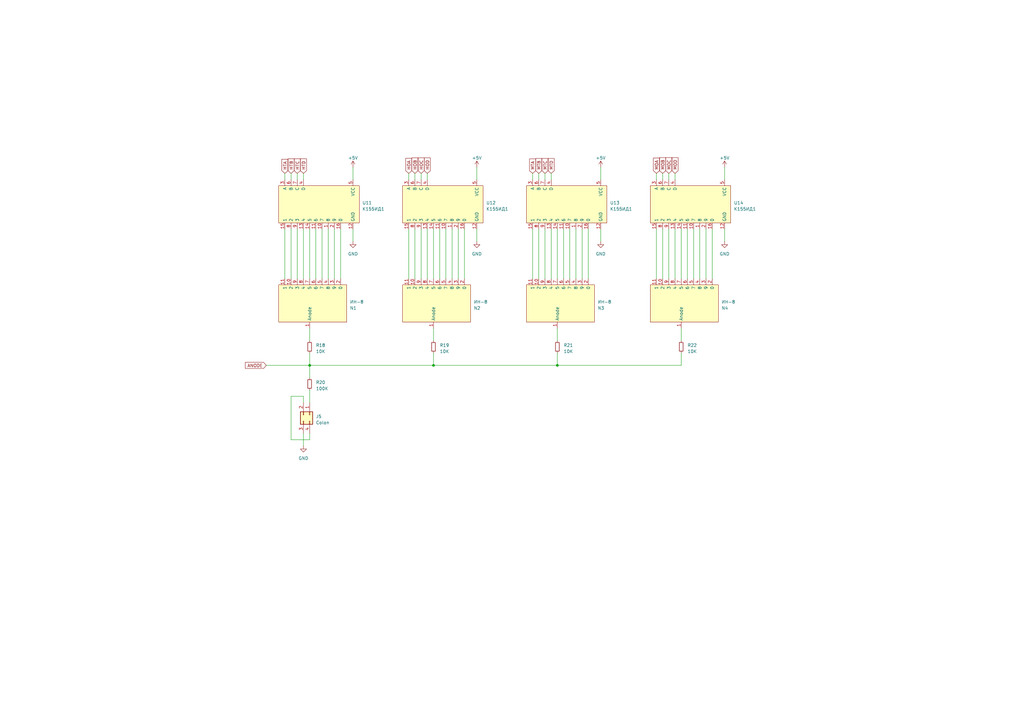
<source format=kicad_sch>
(kicad_sch (version 20210406) (generator eeschema)
  (paper "A3")
  (title_block (title "Nixie Tubes") (rev "1.1") (company "Nick Lekas"))
  (lib_symbols
    (symbol "Connector_Generic:Conn_02x02_Counter_Clockwise" (pin_names (offset 1.016) hide)
      (property "Reference" "J" (at 1.27 2.54 0))
      (property "Value" "Conn_02x02_Counter_Clockwise" (at 1.27 -5.08 0))
      (symbol "Conn_02x02_Counter_Clockwise_1_1"
        (rectangle (start -1.27 -2.413) (end 0 -2.667) (stroke (width 0.1524)))
        (rectangle (start -1.27 0.127) (end 0 -0.127) (stroke (width 0.1524)))
        (rectangle (start 3.81 -2.413) (end 2.54 -2.667) (stroke (width 0.1524)))
        (rectangle (start 3.81 0.127) (end 2.54 -0.127) (stroke (width 0.1524)))
        (rectangle (start -1.27 1.27) (end 3.81 -3.81) (stroke (width 0.254)) (fill (type background)))
        (pin passive line (at -5.08 0 0) (length 3.81) (name "Pin_1") (number "1"))
        (pin passive line (at -5.08 -2.54 0) (length 3.81) (name "Pin_2") (number "2"))
        (pin passive line (at 7.62 -2.54 180) (length 3.81) (name "Pin_3") (number "3"))
        (pin passive line (at 7.62 0 180) (length 3.81) (name "Pin_4") (number "4"))
      )
    )
    (symbol "Device:R_Small" (pin_numbers hide) (pin_names (offset 0.254) hide)
      (property "Reference" "R" (at 0.762 0.508 0))
      (property "Value" "R_Small" (at 0.762 -1.016 0))
      (symbol "R_Small_0_1"
        (rectangle (start -0.762 1.778) (end 0.762 -1.778) (stroke (width 0.2032)))
      )
      (symbol "R_Small_1_1"
        (pin passive line (at 0 2.54 270) (length 0.762) (name "~") (number "1"))
        (pin passive line (at 0 -2.54 90) (length 0.762) (name "~") (number "2"))
      )
    )
    (symbol "Nixie:ИН-8"
      (property "Reference" "N" (at 7.62 -12.7 0))
      (property "Value" "ИН-8" (at 7.62 -10.16 0))
      (symbol "ИН-8_0_1"
        (rectangle (start -12.7 7.62) (end 15.24 -7.62) (stroke (width 0.1524)) (fill (type background)))
      )
      (symbol "ИН-8_1_1"
        (pin bidirectional line (at 0 -10.16 90) (length 2.54) (name "Anode") (number "1"))
        (pin bidirectional line (at -7.62 10.16 270) (length 2.54) (name "2") (number "10"))
        (pin bidirectional line (at -10.16 10.16 270) (length 2.54) (name "1") (number "11"))
        (pin bidirectional line (at 12.7 10.16 270) (length 2.54) (name "0") (number "2"))
        (pin bidirectional line (at 10.16 10.16 270) (length 2.54) (name "9") (number "3"))
        (pin bidirectional line (at 7.62 10.16 270) (length 2.54) (name "8") (number "4"))
        (pin bidirectional line (at 5.08 10.16 270) (length 2.54) (name "7") (number "5"))
        (pin bidirectional line (at 2.54 10.16 270) (length 2.54) (name "6") (number "6"))
        (pin bidirectional line (at 0 10.16 270) (length 2.54) (name "5") (number "7"))
        (pin bidirectional line (at -2.54 10.16 270) (length 2.54) (name "4") (number "8"))
        (pin bidirectional line (at -5.08 10.16 270) (length 2.54) (name "3") (number "9"))
      )
    )
    (symbol "Nixie:ИН-8_1"
      (property "Reference" "N" (at 7.62 -12.7 0))
      (property "Value" "ИН-8" (at 7.62 -10.16 0))
      (symbol "ИН-8_1_0_1"
        (rectangle (start -12.7 7.62) (end 15.24 -7.62) (stroke (width 0.1524)) (fill (type background)))
      )
      (symbol "ИН-8_1_1_1"
        (pin bidirectional line (at 0 -10.16 90) (length 2.54) (name "Anode") (number "1"))
        (pin bidirectional line (at -7.62 10.16 270) (length 2.54) (name "2") (number "10"))
        (pin bidirectional line (at -10.16 10.16 270) (length 2.54) (name "1") (number "11"))
        (pin bidirectional line (at 12.7 10.16 270) (length 2.54) (name "0") (number "2"))
        (pin bidirectional line (at 10.16 10.16 270) (length 2.54) (name "9") (number "3"))
        (pin bidirectional line (at 7.62 10.16 270) (length 2.54) (name "8") (number "4"))
        (pin bidirectional line (at 5.08 10.16 270) (length 2.54) (name "7") (number "5"))
        (pin bidirectional line (at 2.54 10.16 270) (length 2.54) (name "6") (number "6"))
        (pin bidirectional line (at 0 10.16 270) (length 2.54) (name "5") (number "7"))
        (pin bidirectional line (at -2.54 10.16 270) (length 2.54) (name "4") (number "8"))
        (pin bidirectional line (at -5.08 10.16 270) (length 2.54) (name "3") (number "9"))
      )
    )
    (symbol "Nixie:ИН-8_2"
      (property "Reference" "N" (at 7.62 -12.7 0))
      (property "Value" "ИН-8" (at 7.62 -10.16 0))
      (symbol "ИН-8_2_0_1"
        (rectangle (start -12.7 7.62) (end 15.24 -7.62) (stroke (width 0.1524)) (fill (type background)))
      )
      (symbol "ИН-8_2_1_1"
        (pin bidirectional line (at 0 -10.16 90) (length 2.54) (name "Anode") (number "1"))
        (pin bidirectional line (at -7.62 10.16 270) (length 2.54) (name "2") (number "10"))
        (pin bidirectional line (at -10.16 10.16 270) (length 2.54) (name "1") (number "11"))
        (pin bidirectional line (at 12.7 10.16 270) (length 2.54) (name "0") (number "2"))
        (pin bidirectional line (at 10.16 10.16 270) (length 2.54) (name "9") (number "3"))
        (pin bidirectional line (at 7.62 10.16 270) (length 2.54) (name "8") (number "4"))
        (pin bidirectional line (at 5.08 10.16 270) (length 2.54) (name "7") (number "5"))
        (pin bidirectional line (at 2.54 10.16 270) (length 2.54) (name "6") (number "6"))
        (pin bidirectional line (at 0 10.16 270) (length 2.54) (name "5") (number "7"))
        (pin bidirectional line (at -2.54 10.16 270) (length 2.54) (name "4") (number "8"))
        (pin bidirectional line (at -5.08 10.16 270) (length 2.54) (name "3") (number "9"))
      )
    )
    (symbol "Nixie:ИН-8_3"
      (property "Reference" "N" (at 7.62 -12.7 0))
      (property "Value" "ИН-8" (at 7.62 -10.16 0))
      (symbol "ИН-8_3_0_1"
        (rectangle (start -12.7 7.62) (end 15.24 -7.62) (stroke (width 0.1524)) (fill (type background)))
      )
      (symbol "ИН-8_3_1_1"
        (pin bidirectional line (at 0 -10.16 90) (length 2.54) (name "Anode") (number "1"))
        (pin bidirectional line (at -7.62 10.16 270) (length 2.54) (name "2") (number "10"))
        (pin bidirectional line (at -10.16 10.16 270) (length 2.54) (name "1") (number "11"))
        (pin bidirectional line (at 12.7 10.16 270) (length 2.54) (name "0") (number "2"))
        (pin bidirectional line (at 10.16 10.16 270) (length 2.54) (name "9") (number "3"))
        (pin bidirectional line (at 7.62 10.16 270) (length 2.54) (name "8") (number "4"))
        (pin bidirectional line (at 5.08 10.16 270) (length 2.54) (name "7") (number "5"))
        (pin bidirectional line (at 2.54 10.16 270) (length 2.54) (name "6") (number "6"))
        (pin bidirectional line (at 0 10.16 270) (length 2.54) (name "5") (number "7"))
        (pin bidirectional line (at -2.54 10.16 270) (length 2.54) (name "4") (number "8"))
        (pin bidirectional line (at -5.08 10.16 270) (length 2.54) (name "3") (number "9"))
      )
    )
    (symbol "Nixie:К155ИД1"
      (property "Reference" "U" (at 25.4 0 0))
      (property "Value" "К155ИД1" (at 25.4 2.54 0))
      (symbol "К155ИД1_0_1"
        (rectangle (start -15.24 7.62) (end 17.78 -7.62) (stroke (width 0.1524)) (fill (type background)))
      )
      (symbol "К155ИД1_1_1"
        (pin bidirectional line (at 5.08 -10.16 90) (length 2.54) (name "8") (number "1"))
        (pin bidirectional line (at 2.54 -10.16 90) (length 2.54) (name "7") (number "10"))
        (pin bidirectional line (at 0 -10.16 90) (length 2.54) (name "6") (number "11"))
        (pin bidirectional line (at 15.24 -10.16 90) (length 2.54) (name "GND") (number "12"))
        (pin bidirectional line (at -5.08 -10.16 90) (length 2.54) (name "4") (number "13"))
        (pin bidirectional line (at -2.54 -10.16 90) (length 2.54) (name "5") (number "14"))
        (pin bidirectional line (at -12.7 -10.16 90) (length 2.54) (name "1") (number "15"))
        (pin bidirectional line (at 10.16 -10.16 90) (length 2.54) (name "0") (number "16"))
        (pin bidirectional line (at 7.62 -10.16 90) (length 2.54) (name "9") (number "2"))
        (pin bidirectional line (at -12.7 10.16 270) (length 2.54) (name "A") (number "3"))
        (pin bidirectional line (at -5.08 10.16 270) (length 2.54) (name "D") (number "4"))
        (pin bidirectional line (at 15.24 10.16 270) (length 2.54) (name "VCC") (number "5"))
        (pin bidirectional line (at -10.16 10.16 270) (length 2.54) (name "B") (number "6"))
        (pin bidirectional line (at -7.62 10.16 270) (length 2.54) (name "C") (number "7"))
        (pin bidirectional line (at -10.16 -10.16 90) (length 2.54) (name "2") (number "8"))
        (pin bidirectional line (at -7.62 -10.16 90) (length 2.54) (name "3") (number "9"))
      )
    )
    (symbol "power:+5V" (power) (pin_names (offset 0))
      (property "Value" "+5V" (at 0 3.556 0))
      (symbol "+5V_0_1"
        (polyline (pts (xy -0.762 1.27) (xy 0 2.54)))
        (polyline (pts (xy 0 0) (xy 0 2.54)))
        (polyline (pts (xy 0 2.54) (xy 0.762 1.27)))
      )
      (symbol "+5V_1_1"
        (pin power_in line (at 0 0 90) (length 0) hide (name "+5V") (number "1"))
      )
    )
    (symbol "power:GND" (power) (pin_names (offset 0))
      (property "Value" "GND" (at 0 -3.81 0))
      (symbol "GND_0_1"
        (polyline (pts (xy 0 0) (xy 0 -1.27) (xy 1.27 -1.27) (xy 0 -2.54) (xy -1.27 -1.27) (xy 0 -1.27)))
      )
      (symbol "GND_1_1"
        (pin power_in line (at 0 0 270) (length 0) hide (name "GND") (number "1"))
      )
    )
  )
  (junction (at 127 149.86) (diameter 0.9144))
  (junction (at 177.8 149.86) (diameter 0.9144))
  (junction (at 228.6 149.86) (diameter 0.9144))
  (wire (pts (xy 109.22 149.86) (xy 127 149.86)))
  (wire (pts (xy 116.84 71.12) (xy 116.84 73.66)))
  (wire (pts (xy 116.84 93.98) (xy 116.84 114.3)))
  (wire (pts (xy 119.38 71.12) (xy 119.38 73.66)))
  (wire (pts (xy 119.38 93.98) (xy 119.38 114.3)))
  (wire (pts (xy 119.38 162.56) (xy 119.38 180.34)))
  (wire (pts (xy 119.38 180.34) (xy 127 180.34)))
  (wire (pts (xy 121.92 71.12) (xy 121.92 73.66)))
  (wire (pts (xy 121.92 93.98) (xy 121.92 114.3)))
  (wire (pts (xy 124.46 71.12) (xy 124.46 73.66)))
  (wire (pts (xy 124.46 93.98) (xy 124.46 114.3)))
  (wire (pts (xy 124.46 162.56) (xy 119.38 162.56)))
  (wire (pts (xy 124.46 165.1) (xy 124.46 162.56)))
  (wire (pts (xy 124.46 177.8) (xy 124.46 182.88)))
  (wire (pts (xy 127 93.98) (xy 127 114.3)))
  (wire (pts (xy 127 134.62) (xy 127 139.7)))
  (wire (pts (xy 127 144.78) (xy 127 149.86)))
  (wire (pts (xy 127 149.86) (xy 127 154.94)))
  (wire (pts (xy 127 149.86) (xy 177.8 149.86)))
  (wire (pts (xy 127 160.02) (xy 127 165.1)))
  (wire (pts (xy 127 177.8) (xy 127 180.34)))
  (wire (pts (xy 129.54 93.98) (xy 129.54 114.3)))
  (wire (pts (xy 132.08 93.98) (xy 132.08 114.3)))
  (wire (pts (xy 134.62 93.98) (xy 134.62 114.3)))
  (wire (pts (xy 137.16 93.98) (xy 137.16 114.3)))
  (wire (pts (xy 139.7 93.98) (xy 139.7 114.3)))
  (wire (pts (xy 144.78 68.58) (xy 144.78 73.66)))
  (wire (pts (xy 144.78 93.98) (xy 144.78 99.06)))
  (wire (pts (xy 167.64 71.12) (xy 167.64 73.66)))
  (wire (pts (xy 167.64 93.98) (xy 167.64 114.3)))
  (wire (pts (xy 170.18 71.12) (xy 170.18 73.66)))
  (wire (pts (xy 170.18 93.98) (xy 170.18 114.3)))
  (wire (pts (xy 172.72 71.12) (xy 172.72 73.66)))
  (wire (pts (xy 172.72 93.98) (xy 172.72 114.3)))
  (wire (pts (xy 175.26 71.12) (xy 175.26 73.66)))
  (wire (pts (xy 175.26 93.98) (xy 175.26 114.3)))
  (wire (pts (xy 177.8 93.98) (xy 177.8 114.3)))
  (wire (pts (xy 177.8 134.62) (xy 177.8 139.7)))
  (wire (pts (xy 177.8 144.78) (xy 177.8 149.86)))
  (wire (pts (xy 177.8 149.86) (xy 228.6 149.86)))
  (wire (pts (xy 180.34 93.98) (xy 180.34 114.3)))
  (wire (pts (xy 182.88 93.98) (xy 182.88 114.3)))
  (wire (pts (xy 185.42 93.98) (xy 185.42 114.3)))
  (wire (pts (xy 187.96 93.98) (xy 187.96 114.3)))
  (wire (pts (xy 190.5 93.98) (xy 190.5 114.3)))
  (wire (pts (xy 195.58 68.58) (xy 195.58 73.66)))
  (wire (pts (xy 195.58 93.98) (xy 195.58 99.06)))
  (wire (pts (xy 218.44 71.12) (xy 218.44 73.66)))
  (wire (pts (xy 218.44 93.98) (xy 218.44 114.3)))
  (wire (pts (xy 220.98 71.12) (xy 220.98 73.66)))
  (wire (pts (xy 220.98 93.98) (xy 220.98 114.3)))
  (wire (pts (xy 223.52 71.12) (xy 223.52 73.66)))
  (wire (pts (xy 223.52 93.98) (xy 223.52 114.3)))
  (wire (pts (xy 226.06 71.12) (xy 226.06 73.66)))
  (wire (pts (xy 226.06 93.98) (xy 226.06 114.3)))
  (wire (pts (xy 228.6 93.98) (xy 228.6 114.3)))
  (wire (pts (xy 228.6 134.62) (xy 228.6 139.7)))
  (wire (pts (xy 228.6 144.78) (xy 228.6 149.86)))
  (wire (pts (xy 228.6 149.86) (xy 279.4 149.86)))
  (wire (pts (xy 231.14 93.98) (xy 231.14 114.3)))
  (wire (pts (xy 233.68 93.98) (xy 233.68 114.3)))
  (wire (pts (xy 236.22 93.98) (xy 236.22 114.3)))
  (wire (pts (xy 238.76 93.98) (xy 238.76 114.3)))
  (wire (pts (xy 241.3 93.98) (xy 241.3 114.3)))
  (wire (pts (xy 246.38 68.58) (xy 246.38 73.66)))
  (wire (pts (xy 246.38 93.98) (xy 246.38 99.06)))
  (wire (pts (xy 269.24 71.12) (xy 269.24 73.66)))
  (wire (pts (xy 269.24 93.98) (xy 269.24 114.3)))
  (wire (pts (xy 271.78 71.12) (xy 271.78 73.66)))
  (wire (pts (xy 271.78 93.98) (xy 271.78 114.3)))
  (wire (pts (xy 274.32 71.12) (xy 274.32 73.66)))
  (wire (pts (xy 274.32 93.98) (xy 274.32 114.3)))
  (wire (pts (xy 276.86 71.12) (xy 276.86 73.66)))
  (wire (pts (xy 276.86 93.98) (xy 276.86 114.3)))
  (wire (pts (xy 279.4 93.98) (xy 279.4 114.3)))
  (wire (pts (xy 279.4 134.62) (xy 279.4 139.7)))
  (wire (pts (xy 279.4 144.78) (xy 279.4 149.86)))
  (wire (pts (xy 281.94 93.98) (xy 281.94 114.3)))
  (wire (pts (xy 284.48 93.98) (xy 284.48 114.3)))
  (wire (pts (xy 287.02 93.98) (xy 287.02 114.3)))
  (wire (pts (xy 289.56 93.98) (xy 289.56 114.3)))
  (wire (pts (xy 292.1 93.98) (xy 292.1 114.3)))
  (wire (pts (xy 297.18 68.58) (xy 297.18 73.66)))
  (wire (pts (xy 297.18 93.98) (xy 297.18 99.06)))
  (global_label "ANODE" (shape input) (at 109.22 149.86 180) (property "Intersheet References" "${INTERSHEET_REFS}" (effects hide)))
  (global_label "HTA" (shape input) (at 116.84 71.12 90) (property "Intersheet References" "${INTERSHEET_REFS}" (effects hide)))
  (global_label "HTB" (shape input) (at 119.38 71.12 90) (property "Intersheet References" "${INTERSHEET_REFS}" (effects hide)))
  (global_label "HTC" (shape input) (at 121.92 71.12 90) (property "Intersheet References" "${INTERSHEET_REFS}" (effects hide)))
  (global_label "HTD" (shape input) (at 124.46 71.12 90) (property "Intersheet References" "${INTERSHEET_REFS}" (effects hide)))
  (global_label "HOA" (shape input) (at 167.64 71.12 90) (property "Intersheet References" "${INTERSHEET_REFS}" (effects hide)))
  (global_label "HOB" (shape input) (at 170.18 71.12 90) (property "Intersheet References" "${INTERSHEET_REFS}" (effects hide)))
  (global_label "HOC" (shape input) (at 172.72 71.12 90) (property "Intersheet References" "${INTERSHEET_REFS}" (effects hide)))
  (global_label "HOD" (shape input) (at 175.26 71.12 90) (property "Intersheet References" "${INTERSHEET_REFS}" (effects hide)))
  (global_label "MTA" (shape input) (at 218.44 71.12 90) (property "Intersheet References" "${INTERSHEET_REFS}" (effects hide)))
  (global_label "MTB" (shape input) (at 220.98 71.12 90) (property "Intersheet References" "${INTERSHEET_REFS}" (effects hide)))
  (global_label "MTC" (shape input) (at 223.52 71.12 90) (property "Intersheet References" "${INTERSHEET_REFS}" (effects hide)))
  (global_label "MTD" (shape input) (at 226.06 71.12 90) (property "Intersheet References" "${INTERSHEET_REFS}" (effects hide)))
  (global_label "MOA" (shape input) (at 269.24 71.12 90) (property "Intersheet References" "${INTERSHEET_REFS}" (effects hide)))
  (global_label "MOB" (shape input) (at 271.78 71.12 90) (property "Intersheet References" "${INTERSHEET_REFS}" (effects hide)))
  (global_label "MOC" (shape input) (at 274.32 71.12 90) (property "Intersheet References" "${INTERSHEET_REFS}" (effects hide)))
  (global_label "MOD" (shape input) (at 276.86 71.12 90) (property "Intersheet References" "${INTERSHEET_REFS}" (effects hide)))
  (symbol (lib_id "power:+5V") (at 144.78 68.58 0) (unit 1)
    (property "Reference" "#PWR050" (effects hide))
    (property "Value" "+5V" (at 144.78 64.77 0))
  )
  (symbol (lib_id "power:+5V") (at 195.58 68.58 0) (unit 1)
    (property "Reference" "#PWR051" (effects hide))
    (property "Value" "+5V" (at 195.58 64.77 0))
  )
  (symbol (lib_id "power:+5V") (at 246.38 68.58 0) (unit 1)
    (property "Reference" "#PWR052" (effects hide))
    (property "Value" "+5V" (at 246.38 64.77 0))
  )
  (symbol (lib_id "power:+5V") (at 297.18 68.58 0) (unit 1)
    (property "Reference" "#PWR053" (effects hide))
    (property "Value" "+5V" (at 297.18 64.77 0))
  )
  (symbol (lib_id "power:GND") (at 124.46 182.88 0) (unit 1)
    (property "Reference" "#PWR058" (effects hide))
    (property "Value" "GND" (at 124.46 187.96 0))
  )
  (symbol (lib_id "power:GND") (at 144.78 99.06 0) (unit 1)
    (property "Reference" "#PWR054" (effects hide))
    (property "Value" "GND" (at 144.78 104.14 0))
  )
  (symbol (lib_id "power:GND") (at 195.58 99.06 0) (unit 1)
    (property "Reference" "#PWR055" (effects hide))
    (property "Value" "GND" (at 195.58 104.14 0))
  )
  (symbol (lib_id "power:GND") (at 246.38 99.06 0) (unit 1)
    (property "Reference" "#PWR056" (effects hide))
    (property "Value" "GND" (at 246.38 104.14 0))
  )
  (symbol (lib_id "power:GND") (at 297.18 99.06 0) (unit 1)
    (property "Reference" "#PWR057" (effects hide))
    (property "Value" "GND" (at 297.18 104.14 0))
  )
  (symbol (lib_id "Device:R_Small") (at 127 142.24 0) (unit 1)
    (property "Reference" "R18" (at 129.54 141.6049 0) (effects (justify left)))
    (property "Value" "10K" (at 129.54 144.1449 0) (effects (justify left)))
    (property "Footprint" "Resistor_SMD:R_0805_2012Metric" (effects hide))
  )
  (symbol (lib_id "Device:R_Small") (at 127 157.48 0) (unit 1)
    (property "Reference" "R20" (at 129.54 156.8449 0) (effects (justify left)))
    (property "Value" "100K" (at 129.54 159.3849 0) (effects (justify left)))
    (property "Footprint" "Resistor_SMD:R_0603_1608Metric" (effects hide))
  )
  (symbol (lib_id "Device:R_Small") (at 177.8 142.24 0) (unit 1)
    (property "Reference" "R19" (at 180.34 141.6049 0) (effects (justify left)))
    (property "Value" "10K" (at 180.34 144.1449 0) (effects (justify left)))
    (property "Footprint" "Resistor_SMD:R_0805_2012Metric" (effects hide))
  )
  (symbol (lib_id "Device:R_Small") (at 228.6 142.24 0) (unit 1)
    (property "Reference" "R21" (at 231.14 141.6049 0) (effects (justify left)))
    (property "Value" "10K" (at 231.14 144.1449 0) (effects (justify left)))
    (property "Footprint" "Resistor_SMD:R_0805_2012Metric" (effects hide))
  )
  (symbol (lib_id "Device:R_Small") (at 279.4 142.24 0) (unit 1)
    (property "Reference" "R22" (at 281.94 141.6049 0) (effects (justify left)))
    (property "Value" "10K" (at 281.94 144.1449 0) (effects (justify left)))
    (property "Footprint" "Resistor_SMD:R_0805_2012Metric" (effects hide))
  )
  (symbol (lib_id "Connector_Generic:Conn_02x02_Counter_Clockwise") (at 127 170.18 270) (unit 1)
    (property "Reference" "J5" (at 129.54 170.8149 90) (effects (justify left)))
    (property "Value" "Colon" (at 129.54 173.3549 90) (effects (justify left)))
    (property "Footprint" "Connector_PinSocket_2.54mm:PinSocket_2x02_P2.54mm_Vertical" (effects hide))
  )
  (symbol (lib_name "Nixie:ИН-8_2") (lib_id "Nixie:ИН-8") (at 127 124.46 0) (unit 1)
    (property "Reference" "N1" (at 143.51 126.3649 0) (effects (justify left)))
    (property "Value" "ИН-8" (at 143.51 123.8249 0) (effects (justify left)))
    (property "Footprint" "Nixie:ИН-8" (effects hide))
    (property "Datasheet" "http://www.tube-tester.com/sites/nixie/dat_arch/IN-8.pdf" (effects hide))
  )
  (symbol (lib_name "Nixie:ИН-8_1") (lib_id "Nixie:ИН-8") (at 177.8 124.46 0) (unit 1)
    (property "Reference" "N2" (at 194.31 126.3649 0) (effects (justify left)))
    (property "Value" "ИН-8" (at 194.31 123.8249 0) (effects (justify left)))
    (property "Footprint" "Nixie:ИН-8" (effects hide))
    (property "Datasheet" "http://www.tube-tester.com/sites/nixie/dat_arch/IN-8.pdf" (effects hide))
  )
  (symbol (lib_name "Nixie:ИН-8_3") (lib_id "Nixie:ИН-8") (at 228.6 124.46 0) (unit 1)
    (property "Reference" "N3" (at 245.11 126.3649 0) (effects (justify left)))
    (property "Value" "ИН-8" (at 245.11 123.8249 0) (effects (justify left)))
    (property "Footprint" "Nixie:ИН-8" (effects hide))
    (property "Datasheet" "http://www.tube-tester.com/sites/nixie/dat_arch/IN-8.pdf" (effects hide))
  )
  (symbol (lib_id "Nixie:ИН-8") (at 279.4 124.46 0) (unit 1)
    (property "Reference" "N4" (at 295.91 126.3649 0) (effects (justify left)))
    (property "Value" "ИН-8" (at 295.91 123.8249 0) (effects (justify left)))
    (property "Footprint" "Nixie:ИН-8" (effects hide))
    (property "Datasheet" "http://www.tube-tester.com/sites/nixie/dat_arch/IN-8.pdf" (effects hide))
  )
  (symbol (lib_id "Nixie:К155ИД1") (at 129.54 83.82 0) (unit 1)
    (property "Reference" "U11" (at 148.59 83.1849 0) (effects (justify left)))
    (property "Value" "К155ИД1" (at 148.59 85.7249 0) (effects (justify left)))
    (property "Footprint" "Package_DIP:DIP-16_W7.62mm" (effects hide))
  )
  (symbol (lib_id "Nixie:К155ИД1") (at 180.34 83.82 0) (unit 1)
    (property "Reference" "U12" (at 199.39 83.1849 0) (effects (justify left)))
    (property "Value" "К155ИД1" (at 199.39 85.7249 0) (effects (justify left)))
    (property "Footprint" "Package_DIP:DIP-16_W7.62mm" (effects hide))
  )
  (symbol (lib_id "Nixie:К155ИД1") (at 231.14 83.82 0) (unit 1)
    (property "Reference" "U13" (at 250.19 83.1849 0) (effects (justify left)))
    (property "Value" "К155ИД1" (at 250.19 85.7249 0) (effects (justify left)))
    (property "Footprint" "Package_DIP:DIP-16_W7.62mm" (effects hide))
  )
  (symbol (lib_id "Nixie:К155ИД1") (at 281.94 83.82 0) (unit 1)
    (property "Reference" "U14" (at 300.99 83.1849 0) (effects (justify left)))
    (property "Value" "К155ИД1" (at 300.99 85.7249 0) (effects (justify left)))
    (property "Footprint" "Package_DIP:DIP-16_W7.62mm" (effects hide))
  )
)
</source>
